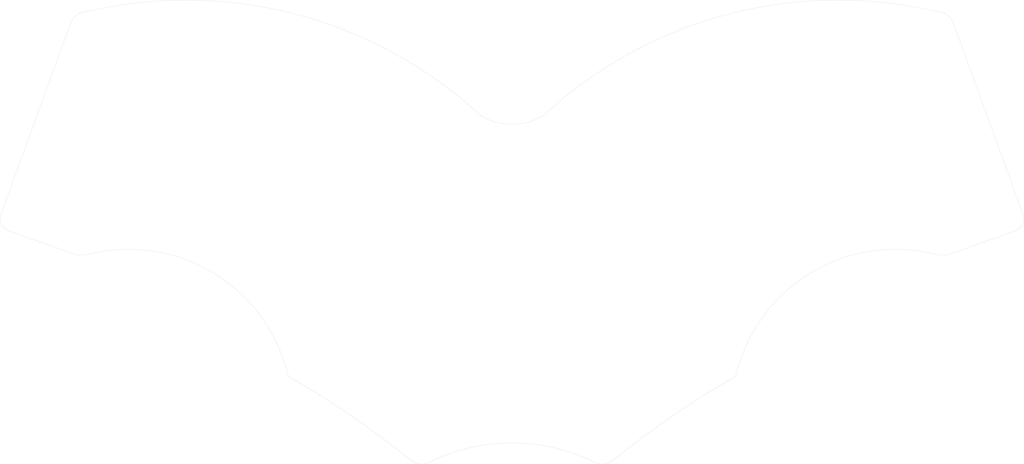
<source format=kicad_pcb>
(kicad_pcb (version 20241229) (generator "pcbnew") (generator_version "9.0")
  (layers (0 "F.Cu" signal) (2 "B.Cu" signal) (13 "F.Paste" user) (15 "B.Paste" user) (5 "F.SilkS" user "F.Silkscreen") (7 "B.SilkS" user "B.Silkscreen") (1 "F.Mask" user) (3 "B.Mask" user) (25 "Edge.Cuts" user))
  (net 0 "")
  (footprint "ScottoKeebs_Scotto:Standoff_M2x6mm" (layer "F.Cu") (at 95.181433 132.662864)
    (property "Reference" "REF**" (hide yes))
    (property "Value" "Standoff_M2x6mm" (hide yes))
    (pad "" np_thru_hole circle (at 0 0) (size 2.2 2.2) (drill 2.2) (layers "*.Cu" "*.Mask"))
  )
  (footprint "ScottoKeebs_Scotto:Standoff_M2x6mm" (layer "F.Cu") (at 101.899788 64.800188)
    (property "Reference" "REF**" (hide yes))
    (property "Value" "Standoff_M2x6mm" (hide yes))
    (pad "" np_thru_hole circle (at 0 0) (size 2.2 2.2) (drill 2.2) (layers "*.Cu" "*.Mask"))
  )
  (footprint "ScottoKeebs_Scotto:Standoff_M2x6mm" (layer "F.Cu") (at 49.966381 60.942171)
    (property "Reference" "REF**" (hide yes))
    (property "Value" "Standoff_M2x6mm" (hide yes))
    (pad "" np_thru_hole circle (at 0 0) (size 2.2 2.2) (drill 2.2) (layers "*.Cu" "*.Mask"))
  )
  (footprint "" (layer "F.Cu") (at 148.249728 159.300353)
    (property "Reference" "" (at 0 0 0) (layer "F.SilkS") (effects (font (size 1.27 1.27))))
    (property "Value" "")
    (pad "" np_thru_hole circle (at 0 0) (size 2.2 2.2) (drill 2.2) (layers "*.Cu" "*.Mask"))
  )
  (footprint "ScottoKeebs_Scotto:Standoff_M2x6mm" (layer "F.Cu") (at 194.372974 64.799988)
    (property "Reference" "REF**" (hide yes))
    (property "Value" "Standoff_M2x6mm" (hide yes))
    (pad "" np_thru_hole circle (at 0 0) (size 2.2 2.2) (drill 2.2) (layers "*.Cu" "*.Mask"))
  )
  (footprint "" (layer "F.Cu") (at 194.372974 64.799988)
    (property "Reference" "" (at 0 0 0) (layer "F.SilkS") (effects (font (size 1.27 1.27))))
    (property "Value" "")
    (pad "" np_thru_hole circle (at 0 0) (size 2.2 2.2) (drill 2.2) (layers "*.Cu" "*.Mask"))
  )
  (footprint "ScottoKeebs_Scotto:Standoff_M2x6mm" (layer "F.Cu") (at 246.306381 60.941971)
    (property "Reference" "REF**" (hide yes))
    (property "Value" "Standoff_M2x6mm" (hide yes))
    (pad "" np_thru_hole circle (at 0 0) (size 2.2 2.2) (drill 2.2) (layers "*.Cu" "*.Mask"))
  )
  (footprint "ScottoKeebs_Scotto:Standoff_M2x6mm" (layer "F.Cu") (at 148.404157 91.754454)
    (property "Reference" "REF**" (hide yes))
    (property "Value" "Standoff_M2x6mm" (hide yes))
    (pad "" np_thru_hole circle (at 0 0) (size 2.2 2.2) (drill 2.2) (layers "*.Cu" "*.Mask"))
  )
  (footprint "" (layer "F.Cu") (at 101.899788 64.800188)
    (property "Reference" "" (at 0 0 0) (layer "F.SilkS") (effects (font (size 1.27 1.27))))
    (property "Value" "")
    (pad "" np_thru_hole circle (at 0 0) (size 2.2 2.2) (drill 2.2) (layers "*.Cu" "*.Mask"))
  )
  (footprint "ScottoKeebs_Scotto:Standoff_M2x6mm" (layer "F.Cu") (at 247.431047 109.478613)
    (property "Reference" "REF**" (hide yes))
    (property "Value" "Standoff_M2x6mm" (hide yes))
    (pad "" np_thru_hole circle (at 0 0) (size 2.2 2.2) (drill 2.2) (layers "*.Cu" "*.Mask"))
  )
  (footprint "ScottoKeebs_Scotto:Standoff_M2x6mm" (layer "F.Cu") (at 48.841385 109.478625)
    (property "Reference" "REF**" (hide yes))
    (property "Value" "Standoff_M2x6mm" (hide yes))
    (pad "" np_thru_hole circle (at 0 0) (size 2.2 2.2) (drill 2.2) (layers "*.Cu" "*.Mask"))
  )
  (footprint "" (layer "F.Cu") (at 247.431047 109.478613)
    (property "Reference" "" (at 0 0 0) (layer "F.SilkS") (effects (font (size 1.27 1.27))))
    (property "Value" "")
    (pad "" np_thru_hole circle (at 0 0) (size 2.2 2.2) (drill 2.2) (layers "*.Cu" "*.Mask"))
  )
  (footprint "ScottoKeebs_Scotto:Standoff_M2x6mm" (layer "F.Cu") (at 148.249728 159.300353)
    (property "Reference" "REF**" (hide yes))
    (property "Value" "Standoff_M2x6mm" (hide yes))
    (pad "" np_thru_hole circle (at 0 0) (size 2.2 2.2) (drill 2.2) (layers "*.Cu" "*.Mask"))
  )
  (footprint "" (layer "F.Cu") (at 48.841385 109.478625)
    (property "Reference" "" (at 0 0 0) (layer "F.SilkS") (effects (font (size 1.27 1.27))))
    (property "Value" "")
    (pad "" np_thru_hole circle (at 0 0) (size 2.2 2.2) (drill 2.2) (layers "*.Cu" "*.Mask"))
  )
  (footprint "ScottoKeebs_Scotto:Standoff_M2x6mm" (layer "F.Cu") (at 201.091001 132.662864)
    (property "Reference" "REF**" (hide yes))
    (property "Value" "Standoff_M2x6mm" (hide yes))
    (pad "" np_thru_hole circle (at 0 0) (size 2.2 2.2) (drill 2.2) (layers "*.Cu" "*.Mask"))
  )
  (gr_arc (start 94.335206 146.625364) (mid 109.36451 156.130135) (end 123.599728 166.78749) (stroke (width 0.05)) (layer "Edge.Cuts"))
  (gr_arc (start 44.341385 116.670768) (mid 43.247937 116.692637) (end 42.154489 116.670767) (stroke (width 0.05)) (layer "Edge.Cuts"))
  (gr_arc (start 44.341385 116.670767) (mid 74.903323 120.741884) (end 93.435351 145.382705) (stroke (width 0.05)) (layer "Edge.Cuts"))
  (gr_arc (start 254.117945 116.670755) (mid 253.024497 116.692622) (end 251.931049 116.670756) (stroke (width 0.05)) (layer "Edge.Cuts"))
  (gr_arc (start 202.837083 145.382705) (mid 221.36911 120.741884) (end 251.931049 116.670767) (stroke (width 0.05)) (layer "Edge.Cuts"))
  (gr_arc (start 156.011266 82.501863) (mid 148.13641 84.8484) (end 140.261496 82.502057) (stroke (width 0.05)) (layer "Edge.Cuts"))
  (gr_arc (start 253.4966 57.823451) (mid 254.769511 58.801921) (end 255.576556 60.189864) (stroke (width 0.05)) (layer "Edge.Cuts"))
  (gr_arc (start 202.837084 145.382691) (mid 202.535418 146.11138) (end 201.937228 146.62535) (stroke (width 0.05)) (layer "Edge.Cuts"))
  (gr_arc (start 25.778897 110.879792) (mid 24.014682 109.478642) (end 23.539085 107.276501) (stroke (width 0.05)) (layer "Edge.Cuts"))
  (gr_arc (start 272.733346 107.276489) (mid 272.257726 109.478629) (end 270.493534 110.87978) (stroke (width 0.05)) (layer "Edge.Cuts"))
  (gr_arc (start 156.011266 82.501862) (mid 201.621137 57.787393) (end 253.496603 57.823451) (stroke (width 0.05)) (layer "Edge.Cuts"))
  (gr_arc (start 172.672706 166.787515) (mid 186.907924 156.13016) (end 201.937228 146.625389) (stroke (width 0.05)) (layer "Edge.Cuts"))
  (gr_arc (start 94.335207 146.625364) (mid 93.737006 146.111402) (end 93.435351 145.382705) (stroke (width 0.05)) (layer "Edge.Cuts"))
  (gr_line (start 25.7789 110.879792) (end 42.154489 116.670767) (stroke (width 0.05)) (layer "Edge.Cuts"))
  (gr_line (start 255.576556 60.189864) (end 272.733677 107.276301) (stroke (width 0.05)) (layer "Edge.Cuts"))
  (gr_line (start 270.493534 110.87978) (end 254.117945 116.670755) (stroke (width 0.05)) (layer "Edge.Cuts"))
  (gr_arc (start 40.696206 60.190064) (mid 41.503251 58.802121) (end 42.776162 57.823651) (stroke (width 0.05)) (layer "Edge.Cuts"))
  (gr_arc (start 42.776159 57.823651) (mid 94.651625 57.787593) (end 140.261496 82.502062) (stroke (width 0.05)) (layer "Edge.Cuts"))
  (gr_arc (start 127.849415 167.284603) (mid 148.136217 162.500353) (end 168.423019 167.284603) (stroke (width 0.05)) (layer "Edge.Cuts"))
  (gr_arc (start 172.672706 166.787515) (mid 170.615826 167.617072) (end 168.423019 167.284628) (stroke (width 0.05)) (layer "Edge.Cuts"))
  (gr_line (start 40.696206 60.190064) (end 23.539085 107.276501) (stroke (width 0.05)) (layer "Edge.Cuts"))
  (gr_arc (start 127.849415 167.284603) (mid 125.656608 167.617047) (end 123.599728 166.78749) (stroke (width 0.05)) (layer "Edge.Cuts"))
)
</source>
